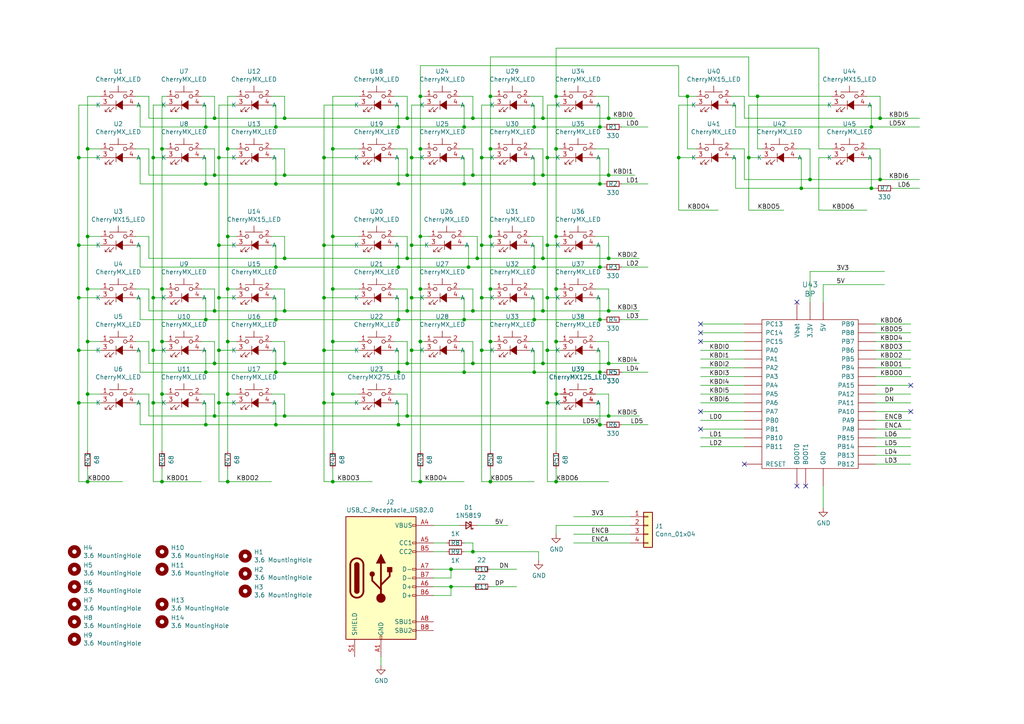
<source format=kicad_sch>
(kicad_sch (version 20211123) (generator eeschema)
  (paper "A4")
  (junction (at 142.24 68.58))
  (junction (at 62.23 105.41))
  (junction (at 93.98 101.6))
  (junction (at 44.45 45.72))
  (junction (at 25.4 43.18))
  (junction (at 255.27 34.29))
  (junction (at 134.62 53.34))
  (junction (at 96.52 139.7))
  (junction (at 196.85 45.72))
  (junction (at 80.01 77.47))
  (junction (at 137.16 90.17))
  (junction (at 121.92 139.7))
  (junction (at 118.11 74.93))
  (junction (at 173.99 77.47))
  (junction (at 142.24 139.7))
  (junction (at 115.57 36.83))
  (junction (at 63.5 71.12))
  (junction (at 161.29 27.94))
  (junction (at 176.53 90.17))
  (junction (at 25.4 139.7))
  (junction (at 62.23 34.29))
  (junction (at 62.23 50.8))
  (junction (at 157.48 50.8))
  (junction (at 219.71 27.94))
  (junction (at 46.99 83.82))
  (junction (at 158.75 116.84))
  (junction (at 93.98 71.12))
  (junction (at 134.62 92.71))
  (junction (at 252.73 54.61))
  (junction (at 134.62 36.83))
  (junction (at 176.53 120.65))
  (junction (at 158.75 101.6))
  (junction (at 173.99 36.83))
  (junction (at 63.5 86.36))
  (junction (at 135.89 77.47))
  (junction (at 173.99 123.19))
  (junction (at 154.94 53.34))
  (junction (at 44.45 116.84))
  (junction (at 115.57 107.95))
  (junction (at 176.53 105.41))
  (junction (at 62.23 90.17))
  (junction (at 118.11 90.17))
  (junction (at 93.98 116.84))
  (junction (at 82.55 90.17))
  (junction (at 139.7 86.36))
  (junction (at 46.99 114.3))
  (junction (at 158.75 86.36))
  (junction (at 137.16 50.8))
  (junction (at 121.92 83.82))
  (junction (at 252.73 36.83))
  (junction (at 82.55 120.65))
  (junction (at 59.69 107.95))
  (junction (at 139.7 101.6))
  (junction (at 59.69 92.71))
  (junction (at 93.98 86.36))
  (junction (at 161.29 139.7))
  (junction (at 82.55 105.41))
  (junction (at 80.01 107.95))
  (junction (at 63.5 45.72))
  (junction (at 80.01 92.71))
  (junction (at 121.92 27.94))
  (junction (at 138.43 74.93))
  (junction (at 66.04 68.58))
  (junction (at 25.4 68.58))
  (junction (at 80.01 123.19))
  (junction (at 142.24 83.82))
  (junction (at 134.62 107.95))
  (junction (at 25.4 114.3))
  (junction (at 161.29 43.18))
  (junction (at 199.39 27.94))
  (junction (at 119.38 45.72))
  (junction (at 158.75 71.12))
  (junction (at 96.52 83.82))
  (junction (at 142.24 27.94))
  (junction (at 139.7 71.12))
  (junction (at 63.5 101.6))
  (junction (at 82.55 50.8))
  (junction (at 137.16 34.29))
  (junction (at 115.57 92.71))
  (junction (at 142.24 43.18))
  (junction (at 176.53 34.29))
  (junction (at 234.95 52.07))
  (junction (at 46.99 139.7))
  (junction (at 66.04 114.3))
  (junction (at 119.38 86.36))
  (junction (at 96.52 114.3))
  (junction (at 96.52 99.06))
  (junction (at 66.04 139.7))
  (junction (at 173.99 92.71))
  (junction (at 173.99 53.34))
  (junction (at 119.38 101.6))
  (junction (at 22.86 45.72))
  (junction (at 46.99 43.18))
  (junction (at 121.92 99.06))
  (junction (at 137.16 160.02))
  (junction (at 154.94 36.83))
  (junction (at 154.94 77.47))
  (junction (at 96.52 43.18))
  (junction (at 121.92 68.58))
  (junction (at 80.01 53.34))
  (junction (at 93.98 45.72))
  (junction (at 25.4 99.06))
  (junction (at 157.48 90.17))
  (junction (at 232.41 54.61))
  (junction (at 161.29 68.58))
  (junction (at 44.45 101.6))
  (junction (at 161.29 114.3))
  (junction (at 115.57 77.47))
  (junction (at 25.4 83.82))
  (junction (at 142.24 99.06))
  (junction (at 130.81 165.1))
  (junction (at 22.86 101.6))
  (junction (at 173.99 107.95))
  (junction (at 63.5 116.84))
  (junction (at 115.57 53.34))
  (junction (at 59.69 53.34))
  (junction (at 119.38 71.12))
  (junction (at 130.81 170.18))
  (junction (at 139.7 45.72))
  (junction (at 115.57 123.19))
  (junction (at 255.27 52.07))
  (junction (at 154.94 92.71))
  (junction (at 118.11 34.29))
  (junction (at 121.92 43.18))
  (junction (at 59.69 36.83))
  (junction (at 118.11 120.65))
  (junction (at 161.29 83.82))
  (junction (at 176.53 74.93))
  (junction (at 157.48 105.41))
  (junction (at 66.04 83.82))
  (junction (at 157.48 34.29))
  (junction (at 118.11 105.41))
  (junction (at 44.45 86.36))
  (junction (at 154.94 107.95))
  (junction (at 22.86 71.12))
  (junction (at 176.53 50.8))
  (junction (at 217.17 45.72))
  (junction (at 157.48 74.93))
  (junction (at 80.01 36.83))
  (junction (at 96.52 68.58))
  (junction (at 66.04 43.18))
  (junction (at 62.23 120.65))
  (junction (at 161.29 99.06))
  (junction (at 66.04 99.06))
  (junction (at 82.55 34.29))
  (junction (at 22.86 116.84))
  (junction (at 59.69 123.19))
  (junction (at 22.86 86.36))
  (junction (at 82.55 74.93))
  (junction (at 118.11 50.8))
  (junction (at 158.75 45.72))
  (junction (at 137.16 105.41))
  (junction (at 46.99 99.06))
  (no_connect (at 203.2 96.52))
  (no_connect (at 264.16 119.38))
  (no_connect (at 233.68 140.97))
  (no_connect (at 231.14 87.63))
  (no_connect (at 203.2 124.46))
  (no_connect (at 264.16 111.76))
  (no_connect (at 203.2 119.38))
  (no_connect (at 203.2 93.98))
  (no_connect (at 203.2 99.06))
  (no_connect (at 231.14 140.97))
  (no_connect (at 215.9 134.62))
  (wire (pts (xy 172.72 116.84) (xy 173.99 116.84)))
  (wire (pts (xy 119.38 86.36) (xy 119.38 101.6)))
  (wire (pts (xy 58.42 45.72) (xy 59.69 45.72)))
  (wire (pts (xy 158.75 116.84) (xy 158.75 139.7)))
  (wire (pts (xy 119.38 71.12) (xy 119.38 86.36)))
  (wire (pts (xy 161.29 13.97) (xy 161.29 27.94)))
  (wire (pts (xy 252.73 36.83) (xy 266.7 36.83)))
  (wire (pts (xy 238.76 82.55) (xy 256.54 82.55)))
  (wire (pts (xy 46.99 99.06) (xy 46.99 114.3)))
  (wire (pts (xy 154.94 86.36) (xy 154.94 92.71)))
  (wire (pts (xy 22.86 45.72) (xy 22.86 71.12)))
  (wire (pts (xy 78.74 139.7) (xy 66.04 139.7)))
  (wire (pts (xy 118.11 68.58) (xy 118.11 74.93)))
  (wire (pts (xy 143.51 68.58) (xy 142.24 68.58)))
  (wire (pts (xy 153.67 30.48) (xy 154.94 30.48)))
  (wire (pts (xy 161.29 68.58) (xy 161.29 43.18)))
  (wire (pts (xy 59.69 36.83) (xy 80.01 36.83)))
  (wire (pts (xy 118.11 90.17) (xy 137.16 90.17)))
  (wire (pts (xy 161.29 99.06) (xy 161.29 83.82)))
  (wire (pts (xy 62.23 114.3) (xy 62.23 120.65)))
  (wire (pts (xy 154.94 36.83) (xy 173.99 36.83)))
  (wire (pts (xy 29.21 43.18) (xy 25.4 43.18)))
  (wire (pts (xy 80.01 123.19) (xy 115.57 123.19)))
  (wire (pts (xy 96.52 43.18) (xy 96.52 27.94)))
  (wire (pts (xy 196.85 45.72) (xy 196.85 60.96)))
  (wire (pts (xy 35.56 139.7) (xy 25.4 139.7)))
  (wire (pts (xy 172.72 68.58) (xy 176.53 68.58)))
  (wire (pts (xy 133.35 27.94) (xy 137.16 27.94)))
  (wire (pts (xy 176.53 99.06) (xy 176.53 105.41)))
  (wire (pts (xy 234.95 78.74) (xy 234.95 87.63)))
  (wire (pts (xy 153.67 83.82) (xy 157.48 83.82)))
  (wire (pts (xy 40.64 101.6) (xy 40.64 107.95)))
  (wire (pts (xy 66.04 135.89) (xy 66.04 139.7)))
  (wire (pts (xy 154.94 53.34) (xy 173.99 53.34)))
  (wire (pts (xy 176.53 114.3) (xy 176.53 120.65)))
  (wire (pts (xy 124.46 68.58) (xy 121.92 68.58)))
  (wire (pts (xy 44.45 30.48) (xy 44.45 45.72)))
  (wire (pts (xy 125.73 165.1) (xy 130.81 165.1)))
  (wire (pts (xy 176.53 90.17) (xy 185.42 90.17)))
  (wire (pts (xy 143.51 101.6) (xy 139.7 101.6)))
  (wire (pts (xy 29.21 101.6) (xy 22.86 101.6)))
  (wire (pts (xy 43.18 114.3) (xy 43.18 120.65)))
  (wire (pts (xy 134.62 107.95) (xy 154.94 107.95)))
  (wire (pts (xy 115.57 101.6) (xy 115.57 107.95)))
  (wire (pts (xy 176.53 83.82) (xy 176.53 90.17)))
  (wire (pts (xy 153.67 101.6) (xy 154.94 101.6)))
  (wire (pts (xy 114.3 45.72) (xy 115.57 45.72)))
  (wire (pts (xy 137.16 90.17) (xy 157.48 90.17)))
  (wire (pts (xy 80.01 53.34) (xy 115.57 53.34)))
  (wire (pts (xy 22.86 101.6) (xy 22.86 116.84)))
  (wire (pts (xy 29.21 30.48) (xy 22.86 30.48)))
  (wire (pts (xy 158.75 101.6) (xy 158.75 116.84)))
  (wire (pts (xy 39.37 83.82) (xy 43.18 83.82)))
  (wire (pts (xy 173.99 107.95) (xy 175.26 107.95)))
  (wire (pts (xy 241.3 43.18) (xy 237.49 43.18)))
  (wire (pts (xy 161.29 154.94) (xy 161.29 152.4)))
  (wire (pts (xy 107.95 139.7) (xy 96.52 139.7)))
  (wire (pts (xy 40.64 116.84) (xy 40.64 123.19)))
  (wire (pts (xy 82.55 27.94) (xy 82.55 34.29)))
  (wire (pts (xy 135.89 77.47) (xy 154.94 77.47)))
  (wire (pts (xy 172.72 86.36) (xy 173.99 86.36)))
  (wire (pts (xy 137.16 34.29) (xy 157.48 34.29)))
  (wire (pts (xy 173.99 86.36) (xy 173.99 92.71)))
  (wire (pts (xy 121.92 139.7) (xy 121.92 135.89)))
  (wire (pts (xy 121.92 130.81) (xy 121.92 99.06)))
  (wire (pts (xy 25.4 135.89) (xy 25.4 139.7)))
  (wire (pts (xy 138.43 152.4) (xy 147.32 152.4)))
  (wire (pts (xy 129.54 160.02) (xy 125.73 160.02)))
  (wire (pts (xy 22.86 116.84) (xy 22.86 139.7)))
  (wire (pts (xy 114.3 30.48) (xy 115.57 30.48)))
  (wire (pts (xy 142.24 130.81) (xy 142.24 99.06)))
  (wire (pts (xy 59.69 123.19) (xy 80.01 123.19)))
  (wire (pts (xy 104.14 30.48) (xy 93.98 30.48)))
  (wire (pts (xy 93.98 116.84) (xy 93.98 139.7)))
  (wire (pts (xy 199.39 27.94) (xy 196.85 27.94)))
  (wire (pts (xy 232.41 45.72) (xy 232.41 54.61)))
  (wire (pts (xy 48.26 30.48) (xy 44.45 30.48)))
  (wire (pts (xy 238.76 140.97) (xy 238.76 147.32)))
  (wire (pts (xy 162.56 30.48) (xy 158.75 30.48)))
  (wire (pts (xy 63.5 116.84) (xy 63.5 139.7)))
  (wire (pts (xy 157.48 90.17) (xy 176.53 90.17)))
  (wire (pts (xy 39.37 68.58) (xy 43.18 68.58)))
  (wire (pts (xy 217.17 27.94) (xy 217.17 16.51)))
  (wire (pts (xy 142.24 83.82) (xy 142.24 68.58)))
  (wire (pts (xy 68.58 30.48) (xy 63.5 30.48)))
  (wire (pts (xy 137.16 105.41) (xy 157.48 105.41)))
  (wire (pts (xy 158.75 86.36) (xy 158.75 101.6)))
  (wire (pts (xy 134.62 36.83) (xy 154.94 36.83)))
  (wire (pts (xy 63.5 86.36) (xy 63.5 101.6)))
  (wire (pts (xy 66.04 130.81) (xy 66.04 114.3)))
  (wire (pts (xy 217.17 30.48) (xy 241.3 30.48)))
  (wire (pts (xy 39.37 99.06) (xy 43.18 99.06)))
  (wire (pts (xy 62.23 105.41) (xy 82.55 105.41)))
  (wire (pts (xy 48.26 99.06) (xy 46.99 99.06)))
  (wire (pts (xy 114.3 68.58) (xy 118.11 68.58)))
  (wire (pts (xy 118.11 120.65) (xy 176.53 120.65)))
  (wire (pts (xy 78.74 71.12) (xy 80.01 71.12)))
  (wire (pts (xy 134.62 45.72) (xy 134.62 53.34)))
  (wire (pts (xy 80.01 116.84) (xy 80.01 123.19)))
  (wire (pts (xy 264.16 119.38) (xy 254 119.38)))
  (wire (pts (xy 118.11 27.94) (xy 118.11 34.29)))
  (wire (pts (xy 44.45 101.6) (xy 44.45 116.84)))
  (wire (pts (xy 212.09 45.72) (xy 213.36 45.72)))
  (wire (pts (xy 82.55 50.8) (xy 118.11 50.8)))
  (wire (pts (xy 133.35 30.48) (xy 134.62 30.48)))
  (wire (pts (xy 93.98 71.12) (xy 93.98 86.36)))
  (wire (pts (xy 252.73 45.72) (xy 252.73 54.61)))
  (wire (pts (xy 115.57 123.19) (xy 173.99 123.19)))
  (wire (pts (xy 82.55 105.41) (xy 118.11 105.41)))
  (wire (pts (xy 238.76 87.63) (xy 238.76 82.55)))
  (wire (pts (xy 130.81 170.18) (xy 137.16 170.18)))
  (wire (pts (xy 43.18 43.18) (xy 43.18 50.8)))
  (wire (pts (xy 121.92 99.06) (xy 121.92 83.82)))
  (wire (pts (xy 176.53 74.93) (xy 185.42 74.93)))
  (wire (pts (xy 162.56 45.72) (xy 158.75 45.72)))
  (wire (pts (xy 114.3 86.36) (xy 115.57 86.36)))
  (wire (pts (xy 66.04 68.58) (xy 66.04 43.18)))
  (wire (pts (xy 157.48 27.94) (xy 157.48 34.29)))
  (wire (pts (xy 82.55 34.29) (xy 118.11 34.29)))
  (wire (pts (xy 143.51 30.48) (xy 139.7 30.48)))
  (wire (pts (xy 82.55 83.82) (xy 82.55 90.17)))
  (wire (pts (xy 123.19 30.48) (xy 119.38 30.48)))
  (wire (pts (xy 173.99 53.34) (xy 175.26 53.34)))
  (wire (pts (xy 139.7 71.12) (xy 139.7 86.36)))
  (wire (pts (xy 215.9 121.92) (xy 203.2 121.92)))
  (wire (pts (xy 66.04 83.82) (xy 66.04 68.58)))
  (wire (pts (xy 59.69 53.34) (xy 80.01 53.34)))
  (wire (pts (xy 29.21 27.94) (xy 25.4 27.94)))
  (wire (pts (xy 63.5 30.48) (xy 63.5 45.72)))
  (wire (pts (xy 93.98 45.72) (xy 93.98 71.12)))
  (wire (pts (xy 59.69 101.6) (xy 59.69 107.95)))
  (wire (pts (xy 43.18 34.29) (xy 62.23 34.29)))
  (wire (pts (xy 78.74 99.06) (xy 82.55 99.06)))
  (wire (pts (xy 133.35 45.72) (xy 134.62 45.72)))
  (wire (pts (xy 96.52 139.7) (xy 93.98 139.7)))
  (wire (pts (xy 251.46 27.94) (xy 255.27 27.94)))
  (wire (pts (xy 199.39 27.94) (xy 199.39 43.18)))
  (wire (pts (xy 62.23 83.82) (xy 62.23 90.17)))
  (wire (pts (xy 25.4 139.7) (xy 22.86 139.7)))
  (wire (pts (xy 48.26 116.84) (xy 44.45 116.84)))
  (wire (pts (xy 123.19 99.06) (xy 121.92 99.06)))
  (wire (pts (xy 187.96 92.71) (xy 180.34 92.71)))
  (wire (pts (xy 137.16 99.06) (xy 137.16 105.41)))
  (wire (pts (xy 157.48 43.18) (xy 157.48 50.8)))
  (wire (pts (xy 78.74 116.84) (xy 80.01 116.84)))
  (wire (pts (xy 63.5 101.6) (xy 63.5 116.84)))
  (wire (pts (xy 215.9 129.54) (xy 203.2 129.54)))
  (wire (pts (xy 118.11 74.93) (xy 138.43 74.93)))
  (wire (pts (xy 161.29 83.82) (xy 161.29 68.58)))
  (wire (pts (xy 29.21 114.3) (xy 25.4 114.3)))
  (wire (pts (xy 264.16 96.52) (xy 254 96.52)))
  (wire (pts (xy 130.81 172.72) (xy 130.81 170.18)))
  (wire (pts (xy 231.14 45.72) (xy 232.41 45.72)))
  (wire (pts (xy 82.55 90.17) (xy 118.11 90.17)))
  (wire (pts (xy 134.62 53.34) (xy 154.94 53.34)))
  (wire (pts (xy 78.74 114.3) (xy 82.55 114.3)))
  (wire (pts (xy 139.7 30.48) (xy 139.7 45.72)))
  (wire (pts (xy 142.24 139.7) (xy 139.7 139.7)))
  (wire (pts (xy 39.37 86.36) (xy 40.64 86.36)))
  (wire (pts (xy 80.01 45.72) (xy 80.01 53.34)))
  (wire (pts (xy 162.56 83.82) (xy 161.29 83.82)))
  (wire (pts (xy 93.98 101.6) (xy 93.98 116.84)))
  (wire (pts (xy 234.95 43.18) (xy 234.95 52.07)))
  (wire (pts (xy 80.01 107.95) (xy 115.57 107.95)))
  (wire (pts (xy 162.56 114.3) (xy 161.29 114.3)))
  (wire (pts (xy 66.04 27.94) (xy 68.58 27.94)))
  (wire (pts (xy 215.9 27.94) (xy 215.9 34.29)))
  (wire (pts (xy 82.55 68.58) (xy 82.55 74.93)))
  (wire (pts (xy 196.85 30.48) (xy 196.85 45.72)))
  (wire (pts (xy 118.11 43.18) (xy 118.11 50.8)))
  (wire (pts (xy 252.73 54.61) (xy 254 54.61)))
  (wire (pts (xy 137.16 160.02) (xy 156.21 160.02)))
  (wire (pts (xy 43.18 50.8) (xy 62.23 50.8)))
  (wire (pts (xy 125.73 170.18) (xy 130.81 170.18)))
  (wire (pts (xy 40.64 123.19) (xy 59.69 123.19)))
  (wire (pts (xy 115.57 53.34) (xy 134.62 53.34)))
  (wire (pts (xy 162.56 86.36) (xy 158.75 86.36)))
  (wire (pts (xy 43.18 99.06) (xy 43.18 105.41)))
  (wire (pts (xy 215.9 52.07) (xy 234.95 52.07)))
  (wire (pts (xy 29.21 83.82) (xy 25.4 83.82)))
  (wire (pts (xy 135.89 71.12) (xy 135.89 77.47)))
  (wire (pts (xy 213.36 45.72) (xy 213.36 54.61)))
  (wire (pts (xy 46.99 43.18) (xy 46.99 83.82)))
  (wire (pts (xy 158.75 71.12) (xy 158.75 86.36)))
  (wire (pts (xy 46.99 27.94) (xy 46.99 43.18)))
  (wire (pts (xy 219.71 43.18) (xy 219.71 27.94)))
  (wire (pts (xy 40.64 92.71) (xy 59.69 92.71)))
  (wire (pts (xy 104.14 68.58) (xy 96.52 68.58)))
  (wire (pts (xy 96.52 130.81) (xy 96.52 114.3)))
  (wire (pts (xy 231.14 43.18) (xy 234.95 43.18)))
  (wire (pts (xy 118.11 99.06) (xy 118.11 105.41)))
  (wire (pts (xy 161.29 139.7) (xy 158.75 139.7)))
  (wire (pts (xy 215.9 127) (xy 203.2 127)))
  (wire (pts (xy 114.3 99.06) (xy 118.11 99.06)))
  (wire (pts (xy 153.67 71.12) (xy 154.94 71.12)))
  (wire (pts (xy 68.58 68.58) (xy 66.04 68.58)))
  (wire (pts (xy 156.21 162.56) (xy 156.21 160.02)))
  (wire (pts (xy 217.17 16.51) (xy 142.24 16.51)))
  (wire (pts (xy 215.9 104.14) (xy 203.2 104.14)))
  (wire (pts (xy 162.56 68.58) (xy 161.29 68.58)))
  (wire (pts (xy 58.42 101.6) (xy 59.69 101.6)))
  (wire (pts (xy 80.01 92.71) (xy 115.57 92.71)))
  (wire (pts (xy 123.19 86.36) (xy 119.38 86.36)))
  (wire (pts (xy 78.74 68.58) (xy 82.55 68.58)))
  (wire (pts (xy 59.69 45.72) (xy 59.69 53.34)))
  (wire (pts (xy 80.01 36.83) (xy 115.57 36.83)))
  (wire (pts (xy 176.53 27.94) (xy 176.53 34.29)))
  (wire (pts (xy 104.14 71.12) (xy 93.98 71.12)))
  (wire (pts (xy 237.49 45.72) (xy 237.49 60.96)))
  (wire (pts (xy 96.52 27.94) (xy 104.14 27.94)))
  (wire (pts (xy 176.53 139.7) (xy 161.29 139.7)))
  (wire (pts (xy 161.29 114.3) (xy 161.29 99.06)))
  (wire (pts (xy 176.53 68.58) (xy 176.53 74.93)))
  (wire (pts (xy 58.42 116.84) (xy 59.69 116.84)))
  (wire (pts (xy 255.27 43.18) (xy 255.27 52.07)))
  (wire (pts (xy 142.24 139.7) (xy 142.24 135.89)))
  (wire (pts (xy 220.98 45.72) (xy 217.17 45.72)))
  (wire (pts (xy 59.69 30.48) (xy 59.69 36.83)))
  (wire (pts (xy 172.72 27.94) (xy 176.53 27.94)))
  (wire (pts (xy 162.56 71.12) (xy 158.75 71.12)))
  (wire (pts (xy 78.74 101.6) (xy 80.01 101.6)))
  (wire (pts (xy 264.16 134.62) (xy 254 134.62)))
  (wire (pts (xy 176.53 34.29) (xy 184.15 34.29)))
  (wire (pts (xy 154.94 45.72) (xy 154.94 53.34)))
  (wire (pts (xy 158.75 45.72) (xy 158.75 71.12)))
  (wire (pts (xy 46.99 114.3) (xy 46.99 130.81)))
  (wire (pts (xy 44.45 45.72) (xy 44.45 86.36)))
  (wire (pts (xy 137.16 43.18) (xy 137.16 50.8)))
  (wire (pts (xy 63.5 45.72) (xy 63.5 71.12)))
  (wire (pts (xy 104.14 45.72) (xy 93.98 45.72)))
  (wire (pts (xy 96.52 99.06) (xy 96.52 83.82)))
  (wire (pts (xy 40.64 30.48) (xy 40.64 36.83)))
  (wire (pts (xy 264.16 124.46) (xy 254 124.46)))
  (wire (pts (xy 142.24 43.18) (xy 142.24 27.94)))
  (wire (pts (xy 234.95 52.07) (xy 255.27 52.07)))
  (wire (pts (xy 118.11 105.41) (xy 137.16 105.41)))
  (wire (pts (xy 134.62 101.6) (xy 134.62 107.95)))
  (wire (pts (xy 215.9 114.3) (xy 203.2 114.3)))
  (wire (pts (xy 157.48 50.8) (xy 176.53 50.8)))
  (wire (pts (xy 82.55 114.3) (xy 82.55 120.65)))
  (wire (pts (xy 58.42 139.7) (xy 46.99 139.7)))
  (wire (pts (xy 43.18 27.94) (xy 43.18 34.29)))
  (wire (pts (xy 134.62 157.48) (xy 137.16 157.48)))
  (wire (pts (xy 58.42 114.3) (xy 62.23 114.3)))
  (wire (pts (xy 172.72 43.18) (xy 176.53 43.18)))
  (wire (pts (xy 154.94 71.12) (xy 154.94 77.47)))
  (wire (pts (xy 153.67 68.58) (xy 157.48 68.58)))
  (wire (pts (xy 264.16 132.08) (xy 254 132.08)))
  (wire (pts (xy 153.67 27.94) (xy 157.48 27.94)))
  (wire (pts (xy 237.49 43.18) (xy 237.49 13.97)))
  (wire (pts (xy 256.54 78.74) (xy 234.95 78.74)))
  (wire (pts (xy 182.88 154.94) (xy 166.37 154.94)))
  (wire (pts (xy 62.23 43.18) (xy 62.23 50.8)))
  (wire (pts (xy 22.86 30.48) (xy 22.86 45.72)))
  (wire (pts (xy 121.92 83.82) (xy 121.92 68.58)))
  (wire (pts (xy 142.24 27.94) (xy 143.51 27.94)))
  (wire (pts (xy 104.14 99.06) (xy 96.52 99.06)))
  (wire (pts (xy 68.58 101.6) (xy 63.5 101.6)))
  (wire (pts (xy 39.37 71.12) (xy 40.64 71.12)))
  (wire (pts (xy 43.18 83.82) (xy 43.18 90.17)))
  (wire (pts (xy 172.72 114.3) (xy 176.53 114.3)))
  (wire (pts (xy 157.48 105.41) (xy 176.53 105.41)))
  (wire (pts (xy 196.85 19.05) (xy 121.92 19.05)))
  (wire (pts (xy 43.18 74.93) (xy 82.55 74.93)))
  (wire (pts (xy 213.36 30.48) (xy 213.36 36.83)))
  (wire (pts (xy 187.96 107.95) (xy 180.34 107.95)))
  (wire (pts (xy 173.99 30.48) (xy 173.99 36.83)))
  (wire (pts (xy 187.96 123.19) (xy 180.34 123.19)))
  (wire (pts (xy 119.38 101.6) (xy 119.38 139.7)))
  (wire (pts (xy 173.99 116.84) (xy 173.99 123.19)))
  (wire (pts (xy 80.01 86.36) (xy 80.01 92.71)))
  (wire (pts (xy 133.35 101.6) (xy 134.62 101.6)))
  (wire (pts (xy 121.92 27.94) (xy 123.19 27.94)))
  (wire (pts (xy 48.26 83.82) (xy 46.99 83.82)))
  (wire (pts (xy 142.24 99.06) (xy 142.24 83.82)))
  (wire (pts (xy 212.09 30.48) (xy 213.36 30.48)))
  (wire (pts (xy 68.58 43.18) (xy 66.04 43.18)))
  (wire (pts (xy 48.26 43.18) (xy 46.99 43.18)))
  (wire (pts (xy 182.88 149.86) (xy 166.37 149.86)))
  (wire (pts (xy 172.72 99.06) (xy 176.53 99.06)))
  (wire (pts (xy 80.01 77.47) (xy 115.57 77.47)))
  (wire (pts (xy 255.27 34.29) (xy 266.7 34.29)))
  (wire (pts (xy 25.4 83.82) (xy 25.4 99.06)))
  (wire (pts (xy 215.9 124.46) (xy 203.2 124.46)))
  (wire (pts (xy 39.37 101.6) (xy 40.64 101.6)))
  (wire (pts (xy 173.99 92.71) (xy 175.26 92.71)))
  (wire (pts (xy 43.18 68.58) (xy 43.18 74.93)))
  (wire (pts (xy 80.01 71.12) (xy 80.01 77.47)))
  (wire (pts (xy 82.55 99.06) (xy 82.55 105.41)))
  (wire (pts (xy 130.81 167.64) (xy 130.81 165.1)))
  (wire (pts (xy 264.16 106.68) (xy 254 106.68)))
  (wire (pts (xy 25.4 43.18) (xy 25.4 68.58)))
  (wire (pts (xy 58.42 30.48) (xy 59.69 30.48)))
  (wire (pts (xy 115.57 86.36) (xy 115.57 92.71)))
  (wire (pts (xy 48.26 86.36) (xy 44.45 86.36)))
  (wire (pts (xy 68.58 114.3) (xy 66.04 114.3)))
  (wire (pts (xy 241.3 45.72) (xy 237.49 45.72)))
  (wire (pts (xy 25.4 27.94) (xy 25.4 43.18)))
  (wire (pts (xy 264.16 93.98) (xy 254 93.98)))
  (wire (pts (xy 104.14 101.6) (xy 93.98 101.6)))
  (wire (pts (xy 114.3 114.3) (xy 118.11 114.3)))
  (wire (pts (xy 96.52 135.89) (xy 96.52 139.7)))
  (wire (pts (xy 82.55 120.65) (xy 118.11 120.65)))
  (wire (pts (xy 104.14 116.84) (xy 93.98 116.84)))
  (wire (pts (xy 217.17 45.72) (xy 217.17 60.96)))
  (wire (pts (xy 264.16 99.06) (xy 254 99.06)))
  (wire (pts (xy 93.98 86.36) (xy 93.98 101.6)))
  (wire (pts (xy 264.16 111.76) (xy 254 111.76)))
  (wire (pts (xy 134.62 71.12) (xy 135.89 71.12)))
  (wire (pts (xy 251.46 30.48) (xy 252.73 30.48)))
  (wire (pts (xy 118.11 114.3) (xy 118.11 120.65)))
  (wire (pts (xy 29.21 68.58) (xy 25.4 68.58)))
  (wire (pts (xy 66.04 139.7) (xy 63.5 139.7)))
  (wire (pts (xy 115.57 36.83) (xy 134.62 36.83)))
  (wire (pts (xy 115.57 71.12) (xy 115.57 77.47)))
  (wire (pts (xy 172.72 30.48) (xy 173.99 30.48)))
  (wire (pts (xy 78.74 43.18) (xy 82.55 43.18)))
  (wire (pts (xy 176.53 105.41) (xy 185.42 105.41)))
  (wire (pts (xy 196.85 27.94) (xy 196.85 19.05)))
  (wire (pts (xy 119.38 30.48) (xy 119.38 45.72)))
  (wire (pts (xy 58.42 27.94) (xy 62.23 27.94)))
  (wire (pts (xy 39.37 116.84) (xy 40.64 116.84)))
  (wire (pts (xy 157.48 74.93) (xy 176.53 74.93)))
  (wire (pts (xy 137.16 83.82) (xy 137.16 90.17)))
  (wire (pts (xy 215.9 93.98) (xy 203.2 93.98)))
  (wire (pts (xy 80.01 30.48) (xy 80.01 36.83)))
  (wire (pts (xy 176.53 120.65) (xy 185.42 120.65)))
  (wire (pts (xy 121.92 19.05) (xy 121.92 27.94)))
  (wire (pts (xy 40.64 107.95) (xy 59.69 107.95)))
  (wire (pts (xy 62.23 50.8) (xy 82.55 50.8)))
  (wire (pts (xy 82.55 43.18) (xy 82.55 50.8)))
  (wire (pts (xy 48.26 101.6) (xy 44.45 101.6)))
  (wire (pts (xy 115.57 45.72) (xy 115.57 53.34)))
  (wire (pts (xy 264.16 114.3) (xy 254 114.3)))
  (wire (pts (xy 29.21 45.72) (xy 22.86 45.72)))
  (wire (pts (xy 58.42 99.06) (xy 62.23 99.06)))
  (wire (pts (xy 215.9 106.68) (xy 203.2 106.68)))
  (wire (pts (xy 173.99 45.72) (xy 173.99 53.34)))
  (wire (pts (xy 143.51 45.72) (xy 139.7 45.72)))
  (wire (pts (xy 125.73 167.64) (xy 130.81 167.64)))
  (wire (pts (xy 40.64 71.12) (xy 40.64 77.47)))
  (wire (pts (xy 29.21 99.06) (xy 25.4 99.06)))
  (wire (pts (xy 176.53 43.18) (xy 176.53 50.8)))
  (wire (pts (xy 129.54 157.48) (xy 125.73 157.48)))
  (wire (pts (xy 173.99 36.83) (xy 175.26 36.83)))
  (wire (pts (xy 173.99 101.6) (xy 173.99 107.95)))
  (wire (pts (xy 66.04 43.18) (xy 66.04 27.94)))
  (wire (pts (xy 134.62 30.48) (xy 134.62 36.83)))
  (wire (pts (xy 66.04 99.06) (xy 66.04 83.82)))
  (wire (pts (xy 153.67 43.18) (xy 157.48 43.18)))
  (wire (pts (xy 80.01 101.6) (xy 80.01 107.95)))
  (wire (pts (xy 121.92 68.58) (xy 121.92 43.18)))
  (wire (pts (xy 220.98 43.18) (xy 219.71 43.18)))
  (wire (pts (xy 182.88 157.48) (xy 166.37 157.48)))
  (wire (pts (xy 68.58 71.12) (xy 63.5 71.12)))
  (wire (pts (xy 40.64 53.34) (xy 59.69 53.34)))
  (wire (pts (xy 114.3 101.6) (xy 115.57 101.6)))
  (wire (pts (xy 119.38 45.72) (xy 119.38 71.12)))
  (wire (pts (xy 59.69 116.84) (xy 59.69 123.19)))
  (wire (pts (xy 264.16 109.22) (xy 254 109.22)))
  (wire (pts (xy 66.04 114.3) (xy 66.04 99.06)))
  (wire (pts (xy 104.14 86.36) (xy 93.98 86.36)))
  (wire (pts (xy 104.14 114.3) (xy 96.52 114.3)))
  (wire (pts (xy 39.37 27.94) (xy 43.18 27.94)))
  (wire (pts (xy 154.94 107.95) (xy 173.99 107.95)))
  (wire (pts (xy 115.57 92.71) (xy 134.62 92.71)))
  (wire (pts (xy 78.74 45.72) (xy 80.01 45.72)))
  (wire (pts (xy 251.46 43.18) (xy 255.27 43.18)))
  (wire (pts (xy 121.92 139.7) (xy 119.38 139.7)))
  (wire (pts (xy 39.37 45.72) (xy 40.64 45.72)))
  (wire (pts (xy 138.43 68.58) (xy 138.43 74.93)))
  (wire (pts (xy 134.62 92.71) (xy 154.94 92.71)))
  (wire (pts (xy 215.9 96.52) (xy 203.2 96.52)))
  (wire (pts (xy 58.42 83.82) (xy 62.23 83.82)))
  (wire (pts (xy 123.19 101.6) (xy 119.38 101.6)))
  (wire (pts (xy 138.43 74.93) (xy 157.48 74.93)))
  (wire (pts (xy 172.72 83.82) (xy 176.53 83.82)))
  (wire (pts (xy 25.4 99.06) (xy 25.4 114.3)))
  (wire (pts (xy 161.29 27.94) (xy 162.56 27.94)))
  (wire (pts (xy 104.14 83.82) (xy 96.52 83.82)))
  (wire (pts (xy 114.3 27.94) (xy 118.11 27.94)))
  (wire (pts (xy 172.72 71.12) (xy 173.99 71.12)))
  (wire (pts (xy 153.67 99.06) (xy 157.48 99.06)))
  (wire (pts (xy 154.94 139.7) (xy 142.24 139.7)))
  (wire (pts (xy 133.35 86.36) (xy 134.62 86.36)))
  (wire (pts (xy 162.56 101.6) (xy 158.75 101.6)))
  (wire (pts (xy 25.4 114.3) (xy 25.4 130.81)))
  (wire (pts (xy 237.49 60.96) (xy 251.46 60.96)))
  (wire (pts (xy 212.09 43.18) (xy 215.9 43.18)))
  (wire (pts (xy 125.73 152.4) (xy 133.35 152.4)))
  (wire (pts (xy 173.99 71.12) (xy 173.99 77.47)))
  (wire (pts (xy 143.51 71.12) (xy 139.7 71.12)))
  (wire (pts (xy 264.16 104.14) (xy 254 104.14)))
  (wire (pts (xy 157.48 34.29) (xy 176.53 34.29)))
  (wire (pts (xy 68.58 45.72) (xy 63.5 45.72)))
  (wire (pts (xy 143.51 43.18) (xy 142.24 43.18)))
  (wire (pts (xy 78.74 30.48) (xy 80.01 30.48)))
  (wire (pts (xy 139.7 45.72) (xy 139.7 71.12)))
  (wire (pts (xy 172.72 101.6) (xy 173.99 101.6)))
  (wire (pts (xy 68.58 83.82) (xy 66.04 83.82)))
  (wire (pts (xy 232.41 54.61) (xy 252.73 54.61)))
  (wire (pts (xy 157.48 99.06) (xy 157.48 105.41)))
  (wire (pts (xy 96.52 83.82) (xy 96.52 68.58)))
  (wire (pts (xy 143.51 83.82) (xy 142.24 83.82)))
  (wire (pts (xy 114.3 71.12) (xy 115.57 71.12)))
  (wire (pts (xy 134.62 68.58) (xy 138.43 68.58)))
  (wire (pts (xy 176.53 50.8) (xy 184.15 50.8)))
  (wire (pts (xy 158.75 30.48) (xy 158.75 45.72)))
  (wire (pts (xy 130.81 165.1) (xy 137.16 165.1)))
  (wire (pts (xy 137.16 27.94) (xy 137.16 34.29)))
  (wire (pts (xy 58.42 43.18) (xy 62.23 43.18)))
  (wire (pts (xy 59.69 92.71) (xy 80.01 92.71)))
  (wire (pts (xy 161.29 130.81) (xy 161.29 114.3)))
  (wire (pts (xy 133.35 99.06) (xy 137.16 99.06)))
  (wire (pts (xy 63.5 71.12) (xy 63.5 86.36)))
  (wire (pts (xy 212.09 27.94) (xy 215.9 27.94)))
  (wire (pts (xy 217.17 30.48) (xy 217.17 45.72)))
  (wire (pts (xy 29.21 86.36) (xy 22.86 86.36)))
  (wire (pts (xy 96.52 68.58) (xy 96.52 43.18)))
  (wire (pts (xy 187.96 77.47) (xy 180.34 77.47)))
  (wire (pts (xy 133.35 83.82) (xy 137.16 83.82)))
  (wire (pts (xy 110.49 190.5) (xy 110.49 193.04)))
  (wire (pts (xy 266.7 54.61) (xy 259.08 54.61)))
  (wire (pts (xy 114.3 83.82) (xy 118.11 83.82)))
  (wire (pts (xy 187.96 36.83) (xy 180.34 36.83)))
  (wire (pts (xy 153.67 86.36) (xy 154.94 86.36)))
  (wire (pts (xy 133.35 43.18) (xy 137.16 43.18)))
  (wire (pts (xy 62.23 99.06) (xy 62.23 105.41)))
  (wire (pts (xy 137.16 157.48) (xy 137.16 160.02)))
  (wire (pts (xy 161.29 139.7) (xy 161.29 135.89)))
  (wire (pts (xy 264.16 101.6) (xy 254 101.6)))
  (wire (pts (xy 46.99 139.7) (xy 46.99 135.89)))
  (wire (pts (xy 134.62 86.36) (xy 134.62 92.71)))
  (wire (pts (xy 39.37 43.18) (xy 43.18 43.18)))
  (wire (pts (xy 58.42 86.36) (xy 59.69 86.36)))
  (wire (pts (xy 215.9 111.76) (xy 203.2 111.76)))
  (wire (pts (xy 43.18 120.65) (xy 62.23 120.65)))
  (wire (pts (xy 139.7 101.6) (xy 139.7 139.7)))
  (wire (pts (xy 115.57 107.95) (xy 134.62 107.95)))
  (wire (pts (xy 213.36 54.61) (xy 232.41 54.61)))
  (wire (pts (xy 39.37 30.48) (xy 40.64 30.48)))
  (wire (pts (xy 157.48 68.58) (xy 157.48 74.93)))
  (wire (pts (xy 115.57 77.47) (xy 135.89 77.47)))
  (wire (pts (xy 161.29 152.4) (xy 182.88 152.4)))
  (wire (pts (xy 62.23 34.29) (xy 82.55 34.29)))
  (wire (pts (xy 118.11 50.8) (xy 137.16 50.8)))
  (wire (pts (xy 96.52 114.3) (xy 96.52 99.06)))
  (wire (pts (xy 29.21 71.12) (xy 22.86 71.12)))
  (wire (pts (xy 115.57 30.48) (xy 115.57 36.83)))
  (wire (pts (xy 215.9 119.38) (xy 203.2 119.38)))
  (wire (pts (xy 255.27 27.94) (xy 255.27 34.29)))
  (wire (pts (xy 139.7 86.36) (xy 139.7 101.6)))
  (wire (pts (xy 134.62 139.7) (xy 121.92 139.7)))
  (wire (pts (xy 118.11 83.82) (xy 118.11 90.17)))
  (wire (pts (xy 264.16 127) (xy 254 127)))
  (wire (pts (xy 68.58 86.36) (xy 63.5 86.36)))
  (wire (pts (xy 252.73 30.48) (xy 252.73 36.83)))
  (wire (pts (xy 215.9 34.29) (xy 255.27 34.29)))
  (wire (pts (xy 125.73 172.72) (xy 130.81 172.72)))
  (wire (pts (xy 143.51 99.06) (xy 142.24 99.06)))
  (wire (pts (xy 123.19 83.82) (xy 121.92 83.82)))
  (wire (pts (xy 48.26 45.72) (xy 44.45 45.72)))
  (wire (pts (xy 39.37 114.3) (xy 43.18 114.3)))
  (wire (pts (xy 264.16 121.92) (xy 254 121.92)))
  (wire (pts (xy 154.94 77.47) (xy 173.99 77.47)))
  (wire (pts (xy 46.99 83.82) (xy 46.99 99.06)))
  (wire (pts (xy 149.86 165.1) (xy 142.24 165.1)))
  (wire (pts (xy 43.18 90.17) (xy 62.23 90.17)))
  (wire (pts (xy 40.64 36.83) (xy 59.69 36.83)))
  (wire (pts (xy 44.45 86.36) (xy 44.45 101.6)))
  (wire (pts (xy 44.45 116.84) (xy 44.45 139.7)))
  (wire (pts (xy 123.19 43.18) (xy 121.92 43.18)))
  (wire (pts (xy 43.18 105.41) (xy 62.23 105.41)))
  (wire (pts (xy 219.71 27.94) (xy 241.3 27.94)))
  (wire (pts (xy 173.99 77.47) (xy 175.26 77.47)))
  (wire (pts (xy 143.51 86.36) (xy 139.7 86.36)))
  (wire (pts (xy 215.9 109.22) (xy 203.2 109.22)))
  (wire (pts (xy 48.26 114.3) (xy 46.99 114.3)))
  (wire (pts (xy 93.98 30.48) (xy 93.98 45.72)))
  (wire (pts (xy 264.16 116.84) (xy 254 116.84)))
  (wire (pts (xy 62.23 90.17) (xy 82.55 90.17)))
  (wire (pts (xy 217.17 27.94) (xy 219.71 27.94)))
  (wire (pts (xy 124.46 71.12) (xy 119.38 71.12)))
  (wire (pts (xy 46.99 139.7) (xy 44.45 139.7)))
  (wire (pts (xy 40.64 86.36) (xy 40.64 92.71)))
  (wire (pts (xy 118.11 34.29) (xy 137.16 34.29)))
  (wire (pts (xy 137.16 50.8) (xy 157.48 50.8)))
  (wire (pts (xy 154.94 30.48) (xy 154.94 36.83)))
  (wire (pts (xy 29.21 116.84) (xy 22.86 116.84)))
  (wire (pts (xy 153.67 45.72) (xy 154.94 45.72)))
  (wire (pts (xy 162.56 99.06) (xy 161.29 99.06)))
  (wire (pts (xy 213.36 36.83) (xy 252.73 36.83)))
  (wire (pts (xy 201.93 45.72) (xy 196.85 45.72)))
  (wire (pts (xy 142.24 16.51) (xy 142.24 27.94)))
  (wire (pts (xy 215.9 43.18) (xy 215.9 52.07)))
  (wire (pts (xy 154.94 92.71) (xy 173.99 92.71)))
  (wire (pts (xy 134.62 160.02) (xy 137.16 160.02)))
  (wire (pts (xy 215.9 101.6) (xy 203.2 101.6)))
  (wire (pts (xy 215.9 116.84) (xy 203.2 116.84)))
  (wire (pts (xy 59.69 86.36) (xy 59.69 92.71)))
  (wire (pts (xy 199.39 43.18) (xy 201.93 43.18)))
  (wire (pts (xy 255.27 52.07) (xy 266.7 52.07)))
  (wire (pts (xy 172.72 45.72) (xy 173.99 45.72)))
  (wire (pts (xy 104.14 43.18) (xy 96.52 43.18)))
  (wire (pts (xy 78.74 27.94) (xy 82.55 27.94)))
  (wire (pts (xy 251.46 45.72) (xy 252.73 45.72)))
  (wire (pts (xy 62.23 120.65) (xy 82.55 120.65)))
  (wire (pts (xy 201.93 27.94) (xy 199.39 27.94)))
  (wire (pts (xy 115.57 116.84) (xy 115.57 123.19)))
  (wire (pts (xy 68.58 116.84) (xy 63.5 116.84)))
  (wire (pts (xy 162.56 116.84) (xy 158.75 116.84)))
  (wire (pts (xy 114.3 116.84) (xy 115.57 116.84)))
  (wire (pts (xy 78.74 83.82) (xy 82.55 83.82)))
  (wire (pts (xy 173.99 123.19) (xy 175.26 123.19)))
  (wire (pts (xy 196.85 60.96) (xy 208.28 60.96)))
  (wire (pts (xy 68.58 99.06) (xy 66.04 99.06)))
  (wire (pts (xy 264.16 129.54) (xy 254 129.54)))
  (wire (pts (xy 162.56 43.18) (xy 161.29 43.18)))
  (wire (pts (xy 215.9 99.06) (xy 203.2 99.06)))
  (wire (pts (xy 48.26 27.94) (xy 46.99 27.94)))
  (wire (pts (xy 217.17 60.96) (xy 227.33 60.96)))
  (wire (pts (xy 40.64 77.47) (xy 80.01 77.47)))
  (wire (pts (xy 114.3 43.18) (xy 118.11 43.18)))
  (wire (pts (xy 149.86 170.18) (xy 142.24 170.18)))
  (wire (pts (xy 78.74 86.36) (xy 80.01 86.36)))
  (wire (pts (xy 187.96 53.34) (xy 180.34 53.34)))
  (wire (pts (xy 62.23 27.94) (xy 62.23 34.29)))
  (wire (pts (xy 142.24 68.58) (xy 142.24 43.18)))
  (wire (pts (xy 161.29 43.18) (xy 161.29 27.94)))
  (wire (pts (xy 237.49 13.97) (xy 161.29 13.97)))
  (wire (pts (xy 154.94 101.6) (xy 154.94 107.95)))
  (wire (pts (xy 157.48 83.82) (xy 157.48 90.17)))
  (wire (pts (xy 121.92 43.18) (xy 121.92 27.94)))
  (wire (pts (xy 22.86 71.12) (xy 22.86 86.36)))
  (wire (pts (xy 201.93 30.48) (xy 196.85 30.48)))
  (wire (pts (xy 59.69 107.95) (xy 80.01 107.95)))
  (wire (pts (xy 82.55 74.93) (xy 118.11 74.93)))
  (wire (pts (xy 123.19 45.72) (xy 119.38 45.72)))
  (wire (pts (xy 40.64 45.72) (xy 40.64 53.34)))
  (wire (pts (xy 25.4 68.58) (xy 25.4 83.82)))
  (wire (pts (xy 22.86 86.36) (xy 22.86 101.6)))
  (label "KBDI0" (at 177.8 34.29 0))
  (label "5V" (at 242.57 82.55 0))
  (label "LD0" (at 205.74 121.92 0))
  (label "KBDO1" (at 48.26 139.7 0))
  (label "LD4" (at 256.54 132.08 0))
  (label "ENCA" (at 256.54 124.46 0))
  (label "KBDI6" (at 257.81 52.07 0))
  (label "KBDO0" (at 25.4 139.7 0))
  (label "LD5X" (at 168.91 123.19 0))
  (label "ENCB" (at 171.45 154.94 0))
  (label "DP" (at 143.51 170.18 0))
  (label "LD6" (at 256.54 127 0))
  (label "KBDI3" (at 179.07 90.17 0))
  (label "3V3" (at 242.57 78.74 0))
  (label "LD2" (at 205.74 129.54 0))
  (label "KBDO6" (at 255.27 93.98 0))
  (label "KBDO4" (at 123.19 139.7 0))
  (label "KBDO0" (at 255.27 109.22 0))
  (label "KBDI3" (at 205.74 109.22 0))
  (label "KBDO5" (at 255.27 96.52 0))
  (label "LD1" (at 205.74 127 0))
  (label "KBDI0" (at 205.74 101.6 0))
  (label "LD4" (at 181.61 107.95 0))
  (label "KBDI1" (at 177.8 50.8 0))
  (label "KBDI2" (at 205.74 106.68 0))
  (label "LD3" (at 181.61 92.71 0))
  (label "LD5X" (at 257.81 36.83 0))
  (label "LD5" (at 182.88 123.19 0))
  (label "LD6" (at 260.35 54.61 0))
  (label "KBDO2" (at 68.58 139.7 0))
  (label "KBDI5" (at 257.81 34.29 0))
  (label "KBDO2" (at 255.27 104.14 0))
  (label "KBDO1" (at 255.27 106.68 0))
  (label "KBDI4" (at 179.07 105.41 0))
  (label "LD5" (at 256.54 129.54 0))
  (label "LD0" (at 181.61 36.83 0))
  (label "KBDO5" (at 219.71 60.96 0))
  (label "KBDO4" (at 199.39 60.96 0))
  (label "KBDO4" (at 255.27 99.06 0))
  (label "KBDI6" (at 205.74 116.84 0))
  (label "LD2" (at 181.61 77.47 0))
  (label "KBDI2" (at 179.07 74.93 0))
  (label "KBDI5" (at 205.74 114.3 0))
  (label "KBDO3" (at 255.27 101.6 0))
  (label "KBDO3" (at 97.79 139.7 0))
  (label "DP" (at 256.54 114.3 0))
  (label "ENCB" (at 256.54 121.92 0))
  (label "DN" (at 144.78 165.1 0))
  (label "DN" (at 256.54 116.84 0))
  (label "KBDI5" (at 179.07 120.65 0))
  (label "ENCA" (at 171.45 157.48 0))
  (label "5V" (at 143.51 152.4 0))
  (label "KBDI4" (at 205.74 111.76 0))
  (label "LD1" (at 181.61 53.34 0))
  (label "LD3" (at 256.54 134.62 0))
  (label "3V3" (at 171.45 149.86 0))
  (label "KBDI1" (at 205.74 104.14 0))
  (label "KBDO6" (at 241.3 60.96 0))
  (label "KBDO6" (at 161.29 139.7 0))
  (label "KBDO5" (at 142.24 139.7 0))
  (symbol (lib_id "CherryMX:CherryMX_LED") (at 34.29 29.21 0) (unit 1)
    (property "Reference" "U1" (at 34.29 20.701 0))
    (property "Value" "CherryMX_LED" (at 34.29 23.0124 0))
    (property "Footprint" "CherryMX_KailhSocket_LED:CherryMX_1.00u_KailhSocket_LED" (effects hide))
  )
  (symbol (lib_id "CherryMX:CherryMX_LED") (at 53.34 29.21 0) (unit 1)
    (property "Reference" "U7" (at 53.34 20.701 0))
    (property "Value" "CherryMX_LED" (at 53.34 23.0124 0))
    (property "Footprint" "CherryMX_KailhSocket_LED:CherryMX_1.00u_KailhSocket_LED" (effects hide))
  )
  (symbol (lib_id "CherryMX:CherryMX_LED") (at 73.66 29.21 0) (unit 1)
    (property "Reference" "U12" (at 73.66 20.701 0))
    (property "Value" "CherryMX_LED" (at 73.66 23.0124 0))
    (property "Footprint" "CherryMX_KailhSocket_LED:CherryMX_1.00u_KailhSocket_LED" (effects hide))
  )
  (symbol (lib_id "CherryMX:CherryMX_LED") (at 34.29 44.45 0) (unit 1)
    (property "Reference" "U2" (at 34.29 35.941 0))
    (property "Value" "CherryMX_LED" (at 34.29 38.2524 0))
    (property "Footprint" "CherryMX_KailhSocket_LED:CherryMX_1.00u_KailhSocket_LED" (effects hide))
  )
  (symbol (lib_id "CherryMX:CherryMX_LED") (at 53.34 44.45 0) (unit 1)
    (property "Reference" "U8" (at 53.34 35.941 0))
    (property "Value" "CherryMX_LED" (at 53.34 38.2524 0))
    (property "Footprint" "CherryMX_KailhSocket_LED:CherryMX_1.00u_KailhSocket_LED" (effects hide))
  )
  (symbol (lib_id "CherryMX:CherryMX_LED") (at 73.66 44.45 0) (unit 1)
    (property "Reference" "U13" (at 73.66 35.941 0))
    (property "Value" "CherryMX_LED" (at 73.66 38.2524 0))
    (property "Footprint" "CherryMX_KailhSocket_LED:CherryMX_1.00u_KailhSocket_LED" (effects hide))
  )
  (symbol (lib_id "CherryMX:CherryMX_LED") (at 34.29 85.09 0) (unit 1)
    (property "Reference" "U4" (at 34.29 76.581 0))
    (property "Value" "CherryMX_LED" (at 34.29 78.8924 0))
    (property "Footprint" "CherryMX_KailhSocket_LED:CherryMX_1.00u_KailhSocket_LED" (effects hide))
  )
  (symbol (lib_id "CherryMX:CherryMX_LED") (at 53.34 85.09 0) (unit 1)
    (property "Reference" "U9" (at 53.34 76.581 0))
    (property "Value" "CherryMX_LED" (at 53.34 78.8924 0))
    (property "Footprint" "CherryMX_KailhSocket_LED:CherryMX_1.00u_KailhSocket_LED" (effects hide))
  )
  (symbol (lib_id "CherryMX:CherryMX_LED") (at 73.66 85.09 0) (unit 1)
    (property "Reference" "U15" (at 73.66 76.581 0))
    (property "Value" "CherryMX_LED" (at 73.66 78.8924 0))
    (property "Footprint" "CherryMX_KailhSocket_LED:CherryMX_1.00u_KailhSocket_LED" (effects hide))
  )
  (symbol (lib_id "CherryMX:CherryMX_LED") (at 34.29 100.33 0) (unit 1)
    (property "Reference" "U5" (at 34.29 91.821 0))
    (property "Value" "CherryMX_LED" (at 34.29 94.1324 0))
    (property "Footprint" "CherryMX_KailhSocket_LED:CherryMX_1.00u_KailhSocket_LED" (effects hide))
  )
  (symbol (lib_id "CherryMX:CherryMX_LED") (at 53.34 100.33 0) (unit 1)
    (property "Reference" "U10" (at 53.34 91.821 0))
    (property "Value" "CherryMX_LED" (at 53.34 94.1324 0))
    (property "Footprint" "CherryMX_KailhSocket_LED:CherryMX_1.00u_KailhSocket_LED" (effects hide))
  )
  (symbol (lib_id "CherryMX:CherryMX_LED") (at 73.66 100.33 0) (unit 1)
    (property "Reference" "U16" (at 73.66 91.821 0))
    (property "Value" "CherryMX_LED" (at 73.66 94.1324 0))
    (property "Footprint" "CherryMX_KailhSocket_LED:CherryMX_1.00u_KailhSocket_LED" (effects hide))
  )
  (symbol (lib_id "CherryMX:CherryMX_LED") (at 34.29 115.57 0) (unit 1)
    (property "Reference" "U6" (at 34.29 107.061 0))
    (property "Value" "CherryMX_LED" (at 34.29 109.3724 0))
    (property "Footprint" "CherryMX_KailhSocket_LED:CherryMX_1.00u_KailhSocket_LED" (effects hide))
  )
  (symbol (lib_id "CherryMX:CherryMX_LED") (at 53.34 115.57 0) (unit 1)
    (property "Reference" "U11" (at 53.34 107.061 0))
    (property "Value" "CherryMX_LED" (at 53.34 109.3724 0))
    (property "Footprint" "CherryMX_KailhSocket_LED:CherryMX_1.00u_KailhSocket_LED" (effects hide))
  )
  (symbol (lib_id "CherryMX:CherryMX_LED") (at 73.66 115.57 0) (unit 1)
    (property "Reference" "U17" (at 73.66 107.061 0))
    (property "Value" "CherryMX_LED" (at 73.66 109.3724 0))
    (property "Footprint" "CherryMX_KailhSocket_LED:CherryMX_1.00u_KailhSocket_LED" (effects hide))
  )
  (symbol (lib_id "CherryMX:CherryMX_LED") (at 34.29 69.85 0) (unit 1)
    (property "Reference" "U3" (at 34.29 61.341 0))
    (property "Value" "CherryMX15_LED" (at 34.29 63.6524 0))
    (property "Footprint" "CherryMX_KailhSocket_LED:CherryMX_1.50u_KailhSocket_LED" (effects hide))
  )
  (symbol (lib_id "CherryMX:CherryMX_LED") (at 73.66 69.85 0) (unit 1)
    (property "Reference" "U14" (at 73.66 61.341 0))
    (property "Value" "CherryMX15_LED" (at 73.66 63.6524 0))
    (property "Footprint" "CherryMX_KailhSocket_LED:CherryMX_1.50u_KailhSocket_LED" (effects hide))
  )
  (symbol (lib_id "CherryMX:CherryMX_LED") (at 109.22 29.21 0) (unit 1)
    (property "Reference" "U18" (at 109.22 20.701 0))
    (property "Value" "CherryMX_LED" (at 109.22 23.0124 0))
    (property "Footprint" "CherryMX_KailhSocket_LED:CherryMX_1.00u_KailhSocket_LED" (effects hide))
  )
  (symbol (lib_id "CherryMX:CherryMX_LED") (at 128.27 29.21 0) (unit 1)
    (property "Reference" "U24" (at 128.27 20.701 0))
    (property "Value" "CherryMX_LED" (at 128.27 23.0124 0))
    (property "Footprint" "CherryMX_KailhSocket_LED:CherryMX_1.00u_KailhSocket_LED" (effects hide))
  )
  (symbol (lib_id "CherryMX:CherryMX_LED") (at 148.59 29.21 0) (unit 1)
    (property "Reference" "U29" (at 148.59 20.701 0))
    (property "Value" "CherryMX_LED" (at 148.59 23.0124 0))
    (property "Footprint" "CherryMX_KailhSocket_LED:CherryMX_1.00u_KailhSocket_LED" (effects hide))
  )
  (symbol (lib_id "CherryMX:CherryMX_LED") (at 109.22 44.45 0) (unit 1)
    (property "Reference" "U19" (at 109.22 35.941 0))
    (property "Value" "CherryMX_LED" (at 109.22 38.2524 0))
    (property "Footprint" "CherryMX_KailhSocket_LED:CherryMX_1.00u_KailhSocket_LED" (effects hide))
  )
  (symbol (lib_id "CherryMX:CherryMX_LED") (at 128.27 44.45 0) (unit 1)
    (property "Reference" "U25" (at 128.27 35.941 0))
    (property "Value" "CherryMX_LED" (at 128.27 38.2524 0))
    (property "Footprint" "CherryMX_KailhSocket_LED:CherryMX_1.00u_KailhSocket_LED" (effects hide))
  )
  (symbol (lib_id "CherryMX:CherryMX_LED") (at 148.59 44.45 0) (unit 1)
    (property "Reference" "U30" (at 148.59 35.941 0))
    (property "Value" "CherryMX_LED" (at 148.59 38.2524 0))
    (property "Footprint" "CherryMX_KailhSocket_LED:CherryMX_1.00u_KailhSocket_LED" (effects hide))
  )
  (symbol (lib_id "CherryMX:CherryMX_LED") (at 109.22 85.09 0) (unit 1)
    (property "Reference" "U21" (at 109.22 76.581 0))
    (property "Value" "CherryMX_LED" (at 109.22 78.8924 0))
    (property "Footprint" "CherryMX_KailhSocket_LED:CherryMX_1.00u_KailhSocket_LED" (effects hide))
  )
  (symbol (lib_id "CherryMX:CherryMX_LED") (at 129.54 69.85 0) (unit 1)
    (property "Reference" "U26" (at 129.54 61.341 0))
    (property "Value" "CherryMX_LED" (at 129.54 63.6524 0))
    (property "Footprint" "CherryMX_KailhSocket_LED:CherryMX_1.00u_KailhSocket_LED" (effects hide))
  )
  (symbol (lib_id "CherryMX:CherryMX_LED") (at 148.59 85.09 0) (unit 1)
    (property "Reference" "U32" (at 148.59 76.581 0))
    (property "Value" "CherryMX_LED" (at 148.59 78.8924 0))
    (property "Footprint" "CherryMX_KailhSocket_LED:CherryMX_1.00u_KailhSocket_LED" (effects hide))
  )
  (symbol (lib_id "CherryMX:CherryMX_LED") (at 109.22 100.33 0) (unit 1)
    (property "Reference" "U22" (at 109.22 91.821 0))
    (property "Value" "CherryMX_LED" (at 109.22 94.1324 0))
    (property "Footprint" "CherryMX_KailhSocket_LED:CherryMX_1.00u_KailhSocket_LED" (effects hide))
  )
  (symbol (lib_id "CherryMX:CherryMX_LED") (at 128.27 85.09 0) (unit 1)
    (property "Reference" "U27" (at 128.27 76.581 0))
    (property "Value" "CherryMX_LED" (at 128.27 78.8924 0))
    (property "Footprint" "CherryMX_KailhSocket_LED:CherryMX_1.00u_KailhSocket_LED" (effects hide))
  )
  (symbol (lib_id "CherryMX:CherryMX_LED") (at 148.59 100.33 0) (unit 1)
    (property "Reference" "U33" (at 148.59 91.821 0))
    (property "Value" "CherryMX_LED" (at 148.59 94.1324 0))
    (property "Footprint" "CherryMX_KailhSocket_LED:CherryMX_1.00u_KailhSocket_LED" (effects hide))
  )
  (symbol (lib_id "CherryMX:CherryMX_LED") (at 109.22 115.57 0) (unit 1)
    (property "Reference" "U23" (at 109.22 107.061 0))
    (property "Value" "CherryMX275_LED" (at 109.22 109.3724 0))
    (property "Footprint" "CherryMX_KailhSocket_LED:CherryMX_2.75u_KailhSocket_LED" (effects hide))
  )
  (symbol (lib_id "CherryMX:CherryMX_LED") (at 109.22 69.85 0) (unit 1)
    (property "Reference" "U20" (at 109.22 61.341 0))
    (property "Value" "CherryMX_LED" (at 109.22 63.6524 0))
    (property "Footprint" "CherryMX_KailhSocket_LED:CherryMX_1.00u_KailhSocket_LED" (effects hide))
  )
  (symbol (lib_id "CherryMX:CherryMX_LED") (at 148.59 69.85 0) (unit 1)
    (property "Reference" "U31" (at 148.59 61.341 0))
    (property "Value" "CherryMX_LED" (at 148.59 63.6524 0))
    (property "Footprint" "CherryMX_KailhSocket_LED:CherryMX_1.00u_KailhSocket_LED" (effects hide))
  )
  (symbol (lib_id "CherryMX:CherryMX_LED") (at 167.64 29.21 0) (unit 1)
    (property "Reference" "U34" (at 167.64 20.701 0))
    (property "Value" "CherryMX_LED" (at 167.64 23.0124 0))
    (property "Footprint" "CherryMX_KailhSocket_LED:CherryMX_1.00u_KailhSocket_LED" (effects hide))
  )
  (symbol (lib_id "CherryMX:CherryMX_LED") (at 167.64 44.45 0) (unit 1)
    (property "Reference" "U35" (at 167.64 35.941 0))
    (property "Value" "CherryMX_LED" (at 167.64 38.2524 0))
    (property "Footprint" "CherryMX_KailhSocket_LED:CherryMX_1.00u_KailhSocket_LED" (effects hide))
  )
  (symbol (lib_id "CherryMX:CherryMX_LED") (at 167.64 85.09 0) (unit 1)
    (property "Reference" "U37" (at 167.64 76.581 0))
    (property "Value" "CherryMX_LED" (at 167.64 78.8924 0))
    (property "Footprint" "CherryMX_KailhSocket_LED:CherryMX_1.00u_KailhSocket_LED" (effects hide))
  )
  (symbol (lib_id "CherryMX:CherryMX_LED") (at 167.64 100.33 0) (unit 1)
    (property "Reference" "U38" (at 167.64 91.821 0))
    (property "Value" "CherryMX_LED" (at 167.64 94.1324 0))
    (property "Footprint" "CherryMX_KailhSocket_LED:CherryMX_1.00u_KailhSocket_LED" (effects hide))
  )
  (symbol (lib_id "CherryMX:CherryMX_LED") (at 128.27 100.33 0) (unit 1)
    (property "Reference" "U28" (at 128.27 91.821 0))
    (property "Value" "CherryMX_LED" (at 128.27 94.1324 0))
    (property "Footprint" "CherryMX_KailhSocket_LED:CherryMX_1.00u_KailhSocket_LED" (effects hide))
  )
  (symbol (lib_id "CherryMX:CherryMX_LED") (at 167.64 69.85 0) (unit 1)
    (property "Reference" "U36" (at 167.64 61.341 0))
    (property "Value" "CherryMX_LED" (at 167.64 63.6524 0))
    (property "Footprint" "CherryMX_KailhSocket_LED:CherryMX_1.00u_KailhSocket_LED" (effects hide))
  )
  (symbol (lib_id "CherryMX:CherryMX_LED") (at 207.01 44.45 0) (unit 1)
    (property "Reference" "U41" (at 207.01 35.941 0))
    (property "Value" "CherryMX_LED" (at 207.01 38.2524 0))
    (property "Footprint" "CherryMX_KailhSocket_LED:CherryMX_1.00u_KailhSocket_LED" (effects hide))
  )
  (symbol (lib_id "CherryMX:CherryMX_LED") (at 226.06 44.45 0) (unit 1)
    (property "Reference" "U42" (at 226.06 35.941 0))
    (property "Value" "CherryMX_LED" (at 226.06 38.2524 0))
    (property "Footprint" "CherryMX_KailhSocket_LED:CherryMX_1.00u_KailhSocket_LED" (effects hide))
  )
  (symbol (lib_id "CherryMX:CherryMX_LED") (at 246.38 44.45 0) (unit 1)
    (property "Reference" "U45" (at 246.38 35.941 0))
    (property "Value" "CherryMX_LED" (at 246.38 38.2524 0))
    (property "Footprint" "CherryMX_KailhSocket_LED:CherryMX_1.00u_KailhSocket_LED" (effects hide))
  )
  (symbol (lib_id "CherryMX:CherryMX_LED") (at 207.01 29.21 0) (unit 1)
    (property "Reference" "U40" (at 207.01 20.701 0))
    (property "Value" "CherryMX15_LED" (at 207.01 23.0124 0))
    (property "Footprint" "CherryMX_KailhSocket_LED:CherryMX_1.50u_KailhSocket_LED" (effects hide))
  )
  (symbol (lib_id "CherryMX:CherryMX_LED") (at 246.38 29.21 0) (unit 1)
    (property "Reference" "U44" (at 246.38 20.701 0))
    (property "Value" "CherryMX15_LED" (at 246.38 23.0124 0))
    (property "Footprint" "CherryMX_KailhSocket_LED:CherryMX_1.50u_KailhSocket_LED" (effects hide))
  )
  (symbol (lib_id "bluepill:BP") (at 234.95 114.3 0) (unit 1)
    (property "Reference" "U43" (at 234.95 82.55 0) (effects (font (size 1.524 1.524))))
    (property "Value" "BP" (at 234.95 85.2424 0) (effects (font (size 1.524 1.524))))
    (property "Footprint" "BP:BLUEPILL-BARE" (effects hide))
  )
  (symbol (lib_id "CherryMX:CherryMX_LED") (at 167.64 115.57 0) (unit 1)
    (property "Reference" "U39" (at 167.64 107.061 0))
    (property "Value" "CherryMX125_LED" (at 167.64 109.3724 0))
    (property "Footprint" "CherryMX_KailhSocket_LED:CherryMX_1.25u_KailhSocket_LED" (effects hide))
  )
  (symbol (lib_id "Connector_Generic:Conn_01x04") (at 187.96 152.4 0) (unit 1)
    (property "Reference" "J1" (at 189.992 152.6032 0) (effects (justify left)))
    (property "Value" "Conn_01x04" (at 189.992 154.9146 0) (effects (justify left)))
    (property "Footprint" "Connector_PinHeader_2.54mm:PinHeader_1x04_P2.54mm_Vertical" (effects hide))
  )
  (symbol (lib_id "Mechanical:MountingHole") (at 71.12 161.29 0) (unit 1)
    (property "Reference" "H1" (at 73.66 160.1216 0) (effects (justify left)))
    (property "Value" "3.6 MountingHole" (at 73.66 162.433 0) (effects (justify left)))
    (property "Footprint" "BP:MountHole3.6" (effects hide))
  )
  (symbol (lib_id "Mechanical:MountingHole") (at 71.12 166.37 0) (unit 1)
    (property "Reference" "H2" (at 73.66 165.2016 0) (effects (justify left)))
    (property "Value" "3.6 MountingHole" (at 73.66 167.513 0) (effects (justify left)))
    (property "Footprint" "BP:MountHole3.6" (effects hide))
  )
  (symbol (lib_id "Mechanical:MountingHole") (at 71.12 171.45 0) (unit 1)
    (property "Reference" "H3" (at 73.66 170.2816 0) (effects (justify left)))
    (property "Value" "3.6 MountingHole" (at 73.66 172.593 0) (effects (justify left)))
    (property "Footprint" "BP:MountHole3.6" (effects hide))
  )
  (symbol (lib_id "Mechanical:MountingHole") (at 46.99 175.26 0) (unit 1)
    (property "Reference" "H13" (at 49.53 174.0916 0) (effects (justify left)))
    (property "Value" "3.6 MountingHole" (at 49.53 176.403 0) (effects (justify left)))
    (property "Footprint" "BP:MountHole3.6" (effects hide))
  )
  (symbol (lib_id "Mechanical:MountingHole") (at 46.99 180.34 0) (unit 1)
    (property "Reference" "H14" (at 49.53 179.1716 0) (effects (justify left)))
    (property "Value" "3.6 MountingHole" (at 49.53 181.483 0) (effects (justify left)))
    (property "Footprint" "BP:MountHole3.6" (effects hide))
  )
  (symbol (lib_id "Mechanical:MountingHole") (at 21.59 165.1 0) (unit 1)
    (property "Reference" "H5" (at 24.13 163.9316 0) (effects (justify left)))
    (property "Value" "3.6 MountingHole" (at 24.13 166.243 0) (effects (justify left)))
    (property "Footprint" "BP:MountHole3.6" (effects hide))
  )
  (symbol (lib_id "Mechanical:MountingHole") (at 21.59 170.18 0) (unit 1)
    (property "Reference" "H6" (at 24.13 169.0116 0) (effects (justify left)))
    (property "Value" "3.6 MountingHole" (at 24.13 171.323 0) (effects (justify left)))
    (property "Footprint" "BP:MountHole3.6" (effects hide))
  )
  (symbol (lib_id "Mechanical:MountingHole") (at 21.59 175.26 0) (unit 1)
    (property "Reference" "H7" (at 24.13 174.0916 0) (effects (justify left)))
    (property "Value" "3.6 MountingHole" (at 24.13 176.403 0) (effects (justify left)))
    (property "Footprint" "BP:MountHole3.6" (effects hide))
  )
  (symbol (lib_id "Mechanical:MountingHole") (at 21.59 180.34 0) (unit 1)
    (property "Reference" "H8" (at 24.13 179.1716 0) (effects (justify left)))
    (property "Value" "3.6 MountingHole" (at 24.13 181.483 0) (effects (justify left)))
    (property "Footprint" "BP:MountHole3.6" (effects hide))
  )
  (symbol (lib_id "Mechanical:MountingHole") (at 21.59 185.42 0) (unit 1)
    (property "Reference" "H9" (at 24.13 184.2516 0) (effects (justify left)))
    (property "Value" "3.6 MountingHole" (at 24.13 186.563 0) (effects (justify left)))
    (property "Footprint" "BP:MountHole3.6" (effects hide))
  )
  (symbol (lib_id "Mechanical:MountingHole") (at 46.99 165.1 0) (unit 1)
    (property "Reference" "H11" (at 49.53 163.9316 0) (effects (justify left)))
    (property "Value" "3.6 MountingHole" (at 49.53 166.243 0) (effects (justify left)))
    (property "Footprint" "BP:MountHole3.6" (effects hide))
  )
  (symbol (lib_id "Mechanical:MountingHole") (at 46.99 160.02 0) (unit 1)
    (property "Reference" "H10" (at 49.53 158.8516 0) (effects (justify left)))
    (property "Value" "3.6 MountingHole" (at 49.53 161.163 0) (effects (justify left)))
    (property "Footprint" "BP:MountHole3.6" (effects hide))
  )
  (symbol (lib_id "Mechanical:MountingHole") (at 21.59 160.02 0) (unit 1)
    (property "Reference" "H4" (at 24.13 158.8516 0) (effects (justify left)))
    (property "Value" "3.6 MountingHole" (at 24.13 161.163 0) (effects (justify left)))
    (property "Footprint" "BP:MountHole3.6" (effects hide))
  )
  (symbol (lib_id "Device:R_Small") (at 256.54 54.61 270) (unit 1)
    (property "Reference" "R7" (at 256.54 54.61 90))
    (property "Value" "330" (at 256.54 57.15 90))
    (property "Footprint" "Resistor_SMD:R_0603_1608Metric" (effects hide))
  )
  (symbol (lib_id "Device:R_Small") (at 177.8 36.83 270) (unit 1)
    (property "Reference" "R1" (at 177.8 36.83 90))
    (property "Value" "330" (at 177.8 39.37 90))
    (property "Footprint" "Resistor_SMD:R_0603_1608Metric" (effects hide))
  )
  (symbol (lib_id "Device:R_Small") (at 177.8 53.34 270) (unit 1)
    (property "Reference" "R2" (at 177.8 53.34 90))
    (property "Value" "330" (at 177.8 55.88 90))
    (property "Footprint" "Resistor_SMD:R_0603_1608Metric" (effects hide))
  )
  (symbol (lib_id "Device:R_Small") (at 177.8 77.47 270) (unit 1)
    (property "Reference" "R3" (at 177.8 77.47 90))
    (property "Value" "330" (at 177.8 80.01 90))
    (property "Footprint" "Resistor_SMD:R_0603_1608Metric" (effects hide))
  )
  (symbol (lib_id "Device:R_Small") (at 177.8 92.71 270) (unit 1)
    (property "Reference" "R4" (at 177.8 92.71 90))
    (property "Value" "330" (at 177.8 95.25 90))
    (property "Footprint" "Resistor_SMD:R_0603_1608Metric" (effects hide))
  )
  (symbol (lib_id "Device:R_Small") (at 177.8 107.95 270) (unit 1)
    (property "Reference" "R5" (at 177.8 107.95 90))
    (property "Value" "330" (at 177.8 110.49 90))
    (property "Footprint" "Resistor_SMD:R_0603_1608Metric" (effects hide))
  )
  (symbol (lib_id "Device:R_Small") (at 177.8 123.19 270) (unit 1)
    (property "Reference" "R6" (at 177.8 123.19 90))
    (property "Value" "330" (at 177.8 125.73 90))
    (property "Footprint" "Resistor_SMD:R_0603_1608Metric" (effects hide))
  )
  (symbol (lib_id "DaVinciKbd-rescue:USB_C_Receptacle_USB2.0-Connector") (at 110.49 167.64 0) (unit 1)
    (property "Reference" "J2" (at 113.157 145.6182 0))
    (property "Value" "USB_C_Receptacle_USB2.0" (at 113.157 147.9296 0))
    (property "Footprint" "BP:USB_C_Receptacle_Palconn_UTC16-G" (effects hide))
    (property "Datasheet" "https://www.usb.org/sites/default/files/documents/usb_type-c.zip" (effects hide))
  )
  (symbol (lib_id "Device:R_Small") (at 139.7 170.18 270) (unit 1)
    (property "Reference" "R11" (at 139.7 170.18 90))
    (property "Value" "22" (at 139.7 167.513 90))
    (property "Footprint" "Resistor_SMD:R_0603_1608Metric" (effects hide))
  )
  (symbol (lib_id "Device:R_Small") (at 139.7 165.1 270) (unit 1)
    (property "Reference" "R10" (at 139.7 165.1 90))
    (property "Value" "22" (at 139.7 162.433 90))
    (property "Footprint" "Resistor_SMD:R_0603_1608Metric" (effects hide))
  )
  (symbol (lib_id "Device:R_Small") (at 132.08 157.48 270) (unit 1)
    (property "Reference" "R8" (at 132.08 157.48 90))
    (property "Value" "1K" (at 132.08 154.813 90))
    (property "Footprint" "Resistor_SMD:R_0603_1608Metric" (effects hide))
  )
  (symbol (lib_id "Device:R_Small") (at 132.08 160.02 270) (unit 1)
    (property "Reference" "R9" (at 132.08 160.02 90))
    (property "Value" "1K" (at 132.08 162.56 90))
    (property "Footprint" "Resistor_SMD:R_0603_1608Metric" (effects hide))
  )
  (symbol (lib_id "Device:D_Schottky_Small") (at 135.89 152.4 180) (unit 1)
    (property "Reference" "D1" (at 135.89 147.193 0))
    (property "Value" "1N5819" (at 135.89 149.5044 0))
    (property "Footprint" "Diode_SMD:D_SMA" (effects hide))
  )
  (symbol (lib_id "power:GND") (at 110.49 193.04 0) (unit 1)
    (property "Reference" "#PWR01" (effects hide))
    (property "Value" "GND" (at 110.617 197.4342 0))
  )
  (symbol (lib_id "power:GND") (at 156.21 162.56 0) (unit 1)
    (property "Reference" "#PWR02" (effects hide))
    (property "Value" "GND" (at 156.337 166.9542 0))
  )
  (symbol (lib_id "power:GND") (at 238.76 147.32 0) (unit 1)
    (property "Reference" "#PWR04" (effects hide))
    (property "Value" "GND" (at 238.887 151.7142 0))
  )
  (symbol (lib_id "power:GND") (at 161.29 154.94 0) (unit 1)
    (property "Reference" "#PWR03" (effects hide))
    (property "Value" "GND" (at 161.417 159.3342 0))
  )
  (symbol (lib_id "Device:R_Small") (at 25.4 133.35 180) (unit 1)
    (property "Reference" "R43" (at 25.4 133.35 90))
    (property "Value" "68" (at 28.067 133.35 90))
    (property "Footprint" "Resistor_SMD:R_0603_1608Metric" (effects hide))
  )
  (symbol (lib_id "Device:R_Small") (at 46.99 133.35 180) (unit 1)
    (property "Reference" "R46" (at 46.99 133.35 90))
    (property "Value" "68" (at 49.657 133.35 90))
    (property "Footprint" "Resistor_SMD:R_0603_1608Metric" (effects hide))
  )
  (symbol (lib_id "Device:R_Small") (at 66.04 133.35 180) (unit 1)
    (property "Reference" "R47" (at 66.04 133.35 90))
    (property "Value" "68" (at 68.707 133.35 90))
    (property "Footprint" "Resistor_SMD:R_0603_1608Metric" (effects hide))
  )
  (symbol (lib_id "Device:R_Small") (at 96.52 133.35 180) (unit 1)
    (property "Reference" "R48" (at 96.52 133.35 90))
    (property "Value" "68" (at 99.187 133.35 90))
    (property "Footprint" "Resistor_SMD:R_0603_1608Metric" (effects hide))
  )
  (symbol (lib_id "Device:R_Small") (at 121.92 133.35 180) (unit 1)
    (property "Reference" "R49" (at 121.92 133.35 90))
    (property "Value" "68" (at 124.587 133.35 90))
    (property "Footprint" "Resistor_SMD:R_0603_1608Metric" (effects hide))
  )
  (symbol (lib_id "Device:R_Small") (at 142.24 133.35 180) (unit 1)
    (property "Reference" "R50" (at 142.24 133.35 90))
    (property "Value" "68" (at 144.907 133.35 90))
    (property "Footprint" "Resistor_SMD:R_0603_1608Metric" (effects hide))
  )
  (symbol (lib_id "Device:R_Small") (at 161.29 133.35 180) (unit 1)
    (property "Reference" "R51" (at 161.29 133.35 90))
    (property "Value" "68" (at 163.957 133.35 90))
    (property "Footprint" "Resistor_SMD:R_0603_1608Metric" (effects hide))
  )
)
</source>
